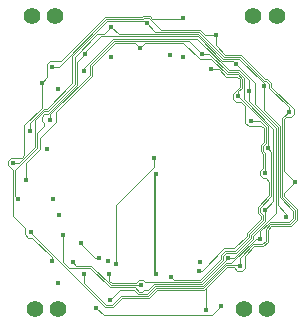
<source format=gbr>
%TF.GenerationSoftware,KiCad,Pcbnew,7.0.8*%
%TF.CreationDate,2023-10-16T01:10:26-04:00*%
%TF.ProjectId,watch,77617463-682e-46b6-9963-61645f706362,rev?*%
%TF.SameCoordinates,Original*%
%TF.FileFunction,Copper,L3,Inr*%
%TF.FilePolarity,Positive*%
%FSLAX45Y45*%
G04 Gerber Fmt 4.5, Leading zero omitted, Abs format (unit mm)*
G04 Created by KiCad (PCBNEW 7.0.8) date 2023-10-16 01:10:26*
%MOMM*%
%LPD*%
G01*
G04 APERTURE LIST*
%TA.AperFunction,ComponentPad*%
%ADD10C,1.400000*%
%TD*%
%TA.AperFunction,ViaPad*%
%ADD11C,0.400000*%
%TD*%
%TA.AperFunction,Conductor*%
%ADD12C,0.088900*%
%TD*%
%TA.AperFunction,Conductor*%
%ADD13C,0.200000*%
%TD*%
G04 APERTURE END LIST*
D10*
%TO.N,GND*%
%TO.C,TP2*%
X750000Y-1230000D03*
%TO.N,+BATT*%
X950000Y-1230000D03*
%TD*%
%TO.N,GND*%
%TO.C,TP4*%
X829000Y1247000D03*
%TO.N,VDD*%
X1029000Y1247000D03*
%TD*%
%TO.N,/coil_{+}*%
%TO.C,TP1*%
X-1020000Y-1230000D03*
X-820000Y-1230000D03*
%TD*%
%TO.N,/SWCLK*%
%TO.C,TP3*%
X-1044000Y1251000D03*
%TO.N,/SWDIO*%
X-844000Y1251000D03*
%TD*%
D11*
%TO.N,GND*%
X382000Y-834000D03*
%TO.N,/LED6*%
X-866000Y-303000D03*
X238000Y903000D03*
%TO.N,/LED13*%
X130000Y920000D03*
X-915000Y122000D03*
%TO.N,/LED5*%
X-818000Y-434000D03*
%TO.N,VDD*%
X375000Y-905000D03*
X470000Y800000D03*
%TO.N,+BATT*%
X-10000Y50000D03*
%TO.N,/LED10*%
X810000Y365000D03*
X930000Y-80000D03*
%TO.N,Net-(D51-K)*%
X705000Y570000D03*
X-1097000Y-136000D03*
X955000Y130000D03*
X132500Y-955000D03*
X-128478Y978478D03*
%TO.N,Net-(D53-K)*%
X-600000Y785000D03*
X-780000Y-600000D03*
X620000Y-797500D03*
X797107Y617107D03*
%TO.N,Net-(D55-K)*%
X-887500Y370000D03*
X395000Y932500D03*
X-390000Y-930000D03*
X930000Y-390000D03*
%TO.N,/LED15*%
X-625000Y-675000D03*
X-475000Y-795000D03*
%TO.N,/LED1*%
X-605000Y-932500D03*
X-72500Y1190000D03*
X715000Y-865000D03*
X1129677Y440000D03*
X-1063000Y280000D03*
%TO.N,/LED2*%
X920000Y655000D03*
X890000Y-635000D03*
X-380000Y-1150000D03*
X-1202500Y7500D03*
X-370000Y1160826D03*
%TO.N,/LED3*%
X687500Y842500D03*
X-1160000Y-300000D03*
X-595000Y930000D03*
X-821000Y-1012000D03*
X1110000Y-447500D03*
X-402290Y-820000D03*
%TO.N,/LED4*%
X1185000Y-152500D03*
X430000Y-1240000D03*
X512500Y1092500D03*
X-1054143Y-580000D03*
X-870000Y822500D03*
%TO.N,/LED5*%
X-695000Y-835000D03*
X-875000Y-825000D03*
X-117500Y-1030000D03*
X232500Y1230000D03*
X-960000Y685000D03*
%TO.N,Net-(D21-A)*%
X-501000Y-1218000D03*
X559000Y-1208000D03*
%TO.N,+BATT*%
X-329000Y-852000D03*
%TO.N,/SWDIO*%
X-372000Y900000D03*
%TO.N,/coil_{+}*%
X10000Y-88543D03*
X10000Y-930000D03*
%TO.N,/SWCLK*%
X-826000Y636000D03*
%TD*%
D12*
%TO.N,VDD*%
X934845Y-124845D02*
X911424Y-124845D01*
X966385Y-156385D02*
X934845Y-124845D01*
X966385Y-265050D02*
X966385Y-156385D01*
X867375Y-364060D02*
X966385Y-265050D01*
X894440Y-443005D02*
X867375Y-415940D01*
X774035Y-612741D02*
X774035Y-586965D01*
X669681Y-717095D02*
X774035Y-612741D01*
X586695Y-717095D02*
X669681Y-717095D01*
X375000Y-905000D02*
X398790Y-905000D01*
X686425Y525155D02*
X660155Y551425D01*
X774035Y-586965D02*
X894440Y-466560D01*
X892375Y104060D02*
X892375Y155940D01*
X894440Y-466560D02*
X894440Y-443005D01*
X867375Y-415940D02*
X867375Y-364060D01*
X398790Y-905000D02*
X586695Y-717095D01*
X723575Y525155D02*
X686425Y525155D01*
X715220Y648930D02*
X715220Y713201D01*
X600559Y738220D02*
X538779Y800000D01*
X911424Y-124845D02*
X885155Y-98575D01*
X885155Y-98575D02*
X885155Y-61424D01*
X885155Y-61424D02*
X912220Y-34360D01*
X912220Y-34360D02*
X912220Y84215D01*
X912220Y84215D02*
X892375Y104060D01*
X892375Y155940D02*
X919440Y183005D01*
X919440Y183005D02*
X919440Y300560D01*
X919440Y300560D02*
X899845Y320155D01*
X899845Y320155D02*
X791424Y320155D01*
X791424Y320155D02*
X765155Y346425D01*
X765155Y346425D02*
X765155Y484555D01*
X765155Y484555D02*
X724065Y525645D01*
X724065Y525645D02*
X723575Y525155D01*
X660155Y551425D02*
X660155Y593865D01*
X660155Y593865D02*
X715220Y648930D01*
X715220Y713201D02*
X690201Y738220D01*
X690201Y738220D02*
X600559Y738220D01*
X538779Y800000D02*
X470000Y800000D01*
D13*
%TO.N,/coil_{+}*%
X10000Y-88543D02*
X0Y-98543D01*
X0Y-98543D02*
X0Y-920000D01*
D12*
%TO.N,+BATT*%
X-10000Y50000D02*
X-10000Y-28420D01*
X-10000Y-28420D02*
X-329000Y-347421D01*
X-329000Y-347421D02*
X-329000Y-852000D01*
%TO.N,/LED10*%
X930000Y-80000D02*
X930000Y91579D01*
X930000Y91579D02*
X910155Y111424D01*
X884710Y365000D02*
X810000Y365000D01*
X910155Y148576D02*
X937220Y175640D01*
X937220Y312490D02*
X884710Y365000D01*
X910155Y111424D02*
X910155Y148576D01*
X937220Y175640D02*
X937220Y312490D01*
%TO.N,Net-(D51-K)*%
X955000Y319855D02*
X737382Y537473D01*
X557375Y-771560D02*
X557375Y-806510D01*
X677046Y-734875D02*
X594060Y-734875D01*
X885155Y-371424D02*
X885155Y-408575D01*
X-537375Y742336D02*
X-537375Y826549D01*
X-842655Y351424D02*
X-842655Y437055D01*
X912220Y-435640D02*
X912220Y-473925D01*
X984165Y-272415D02*
X885155Y-371424D01*
X984165Y100835D02*
X984165Y-272415D01*
X791815Y-620106D02*
X677046Y-734875D01*
X-842655Y437055D02*
X-537375Y742336D01*
X376424Y887655D02*
X239914Y1024165D01*
X594060Y-734875D02*
X557375Y-771560D01*
X705000Y570000D02*
X737382Y537618D01*
X-1097000Y-136000D02*
X-1097000Y8566D01*
X885155Y-408575D02*
X912220Y-435640D01*
X733000Y720566D02*
X697566Y756000D01*
X705000Y613565D02*
X733000Y641565D01*
X-339759Y1024165D02*
X-174165Y1024165D01*
X476269Y887655D02*
X376424Y887655D01*
X791815Y-594330D02*
X791815Y-620106D01*
X-1097000Y8566D02*
X-978478Y127087D01*
X379720Y-984165D02*
X161665Y-984165D01*
X737382Y537618D02*
X737382Y537473D01*
X-174165Y1024165D02*
X-128478Y978478D01*
X705000Y570000D02*
X705000Y613565D01*
X955000Y130000D02*
X955000Y319855D01*
X239914Y1024165D02*
X-81835Y1024165D01*
X912220Y-473925D02*
X791815Y-594330D01*
X-537375Y826549D02*
X-339759Y1024165D01*
X955000Y130000D02*
X984165Y100835D01*
X733000Y641565D02*
X733000Y720566D01*
X607924Y756000D02*
X476269Y887655D01*
X-978478Y215601D02*
X-842655Y351424D01*
X557375Y-806510D02*
X379720Y-984165D01*
X161665Y-984165D02*
X132500Y-955000D01*
X697566Y756000D02*
X607924Y756000D01*
X-127521Y978478D02*
X-128478Y978478D01*
X-81835Y1024165D02*
X-127521Y978478D01*
X-978478Y127087D02*
X-978478Y215601D01*
%TO.N,Net-(D53-K)*%
X1019725Y305420D02*
X797107Y528038D01*
X-136000Y-1083000D02*
X-171220Y-1047780D01*
X664710Y-797500D02*
X827375Y-634835D01*
X-171220Y-1047780D02*
X-382510Y-1047780D01*
X620000Y-797500D02*
X616674Y-797500D01*
X-600000Y785000D02*
X-600000Y814214D01*
X827375Y-634835D02*
X827375Y-609060D01*
X-382510Y-1047780D02*
X-550445Y-879845D01*
X-550445Y-879845D02*
X-731590Y-879845D01*
X620000Y-797500D02*
X664710Y-797500D01*
X-731590Y-879845D02*
X-780000Y-831435D01*
X797107Y706748D02*
X797107Y617107D01*
X-107079Y-1083000D02*
X-136000Y-1083000D01*
X616674Y-797500D02*
X394449Y-1019725D01*
X827375Y-609060D02*
X1019725Y-416710D01*
X-780000Y-831435D02*
X-780000Y-600000D01*
X-60155Y-1070155D02*
X-94234Y-1070155D01*
X-94234Y-1070155D02*
X-107079Y-1083000D01*
X394449Y-1019725D02*
X-9725Y-1019725D01*
X354489Y1059725D02*
X622654Y791560D01*
X1019725Y-416710D02*
X1019725Y305420D01*
X-354489Y1059725D02*
X354489Y1059725D01*
X797107Y528038D02*
X797107Y617107D01*
X622654Y791560D02*
X712295Y791560D01*
X-9725Y-1019725D02*
X-60155Y-1070155D01*
X712295Y791560D02*
X797107Y706748D01*
X-600000Y814214D02*
X-354489Y1059725D01*
%TO.N,Net-(D55-K)*%
X-555155Y749700D02*
X-555155Y833914D01*
X809595Y-627471D02*
X684411Y-752655D01*
X456569Y932500D02*
X615289Y773780D01*
X-347124Y1041945D02*
X285555Y1041945D01*
X930000Y-481290D02*
X809595Y-601695D01*
X-98924Y-985155D02*
X-136076Y-985155D01*
X-887500Y417355D02*
X-555155Y749700D01*
X601425Y-752655D02*
X575155Y-778924D01*
X395000Y932500D02*
X456569Y932500D01*
X704931Y773780D02*
X752262Y726449D01*
X-555155Y833914D02*
X-347124Y1041945D01*
X-82135Y-1001945D02*
X-98924Y-985155D01*
X615289Y773780D02*
X704931Y773780D01*
X575155Y-778924D02*
X575155Y-813874D01*
X-390000Y-990000D02*
X-390000Y-930000D01*
X387084Y-1001945D02*
X-82135Y-1001945D01*
X575155Y-813874D02*
X387084Y-1001945D01*
X-163141Y-1012220D02*
X-367780Y-1012220D01*
X1001945Y-318055D02*
X930000Y-390000D01*
X752262Y726449D02*
X752262Y547738D01*
X809595Y-601695D02*
X809595Y-627471D01*
X1001945Y298055D02*
X1001945Y-318055D01*
X930000Y-390000D02*
X930000Y-481290D01*
X-367780Y-1012220D02*
X-390000Y-990000D01*
X285555Y1041945D02*
X395000Y932500D01*
X684411Y-752655D02*
X601425Y-752655D01*
X752262Y547738D02*
X1001945Y298055D01*
X-136076Y-985155D02*
X-163141Y-1012220D01*
X-887500Y370000D02*
X-887500Y417355D01*
%TO.N,/LED15*%
X-475000Y-795000D02*
X-506000Y-795000D01*
X-625000Y-676000D02*
X-625000Y-675000D01*
X-506000Y-795000D02*
X-625000Y-676000D01*
%TO.N,/LED1*%
X710125Y-860125D02*
X604339Y-860125D01*
X1073065Y383388D02*
X1129677Y440000D01*
X1940Y1115560D02*
X374088Y1115560D01*
X-285580Y-1119000D02*
X-361424Y-1194845D01*
X908575Y-679845D02*
X934845Y-653576D01*
X720020Y905125D02*
X925300Y699845D01*
X409179Y-1055285D02*
X5005Y-1055285D01*
X1184720Y-389720D02*
X1073065Y-278065D01*
X715000Y-865000D02*
X715000Y-797500D01*
X-72500Y1190000D02*
X1940Y1115560D01*
X374088Y1115560D02*
X584868Y904780D01*
X-88171Y1205671D02*
X-72500Y1190000D01*
X-1063000Y280000D02*
X-1063000Y346609D01*
X934845Y-551879D02*
X976599Y-510125D01*
X-1063000Y346609D02*
X-944256Y465352D01*
X-699725Y680565D02*
X-699725Y913840D01*
X1073065Y-278065D02*
X1073065Y383388D01*
X-58710Y-1119000D02*
X-285580Y-1119000D01*
X715536Y-864464D02*
X715000Y-865000D01*
X-416590Y-1194845D02*
X-605000Y-1006435D01*
X1184720Y-470280D02*
X1184720Y-389720D01*
X-944256Y465352D02*
X-914937Y465352D01*
X1129677Y480323D02*
X1129677Y440000D01*
X-699725Y913840D02*
X-407894Y1205671D01*
X832655Y-679845D02*
X908575Y-679845D01*
X661215Y904780D02*
X661560Y905125D01*
X715000Y-865000D02*
X710125Y-860125D01*
X964845Y673576D02*
X964845Y645155D01*
X976599Y-510125D02*
X1144875Y-510125D01*
X-605000Y-1006435D02*
X-605000Y-932500D01*
X938575Y699845D02*
X964845Y673576D01*
X964845Y645155D02*
X1129677Y480323D01*
X-407894Y1205671D02*
X-88171Y1205671D01*
X934845Y-653576D02*
X934845Y-551879D01*
X925300Y699845D02*
X938575Y699845D01*
X584868Y904780D02*
X661215Y904780D01*
X661560Y905125D02*
X720020Y905125D01*
X-361424Y-1194845D02*
X-416590Y-1194845D01*
X-914937Y465352D02*
X-699725Y680565D01*
X5005Y-1055285D02*
X-58710Y-1119000D01*
X604339Y-860125D02*
X409179Y-1055285D01*
X715000Y-797500D02*
X832655Y-679845D01*
X1144875Y-510125D02*
X1184720Y-470280D01*
%TO.N,/LED2*%
X-1202500Y7500D02*
X-1148355Y7500D01*
X-1014038Y370425D02*
X-936892Y447572D01*
X-178585Y-1065560D02*
X-143365Y-1100780D01*
X1166940Y-397085D02*
X1166940Y-462915D01*
X-295560Y-1065560D02*
X-178585Y-1065560D01*
X852355Y-635000D02*
X890000Y-635000D01*
X-681945Y673200D02*
X-681945Y906475D01*
X-1148355Y7500D02*
X-1014038Y141817D01*
X-370000Y1160000D02*
X-370000Y1160826D01*
X920000Y655000D02*
X920000Y455434D01*
X-907572Y447572D02*
X-681945Y673200D01*
X1137510Y-492345D02*
X969234Y-492345D01*
X596974Y-842345D02*
X645010Y-842345D01*
X668580Y887000D02*
X577503Y887000D01*
X1055285Y-285430D02*
X1166940Y-397085D01*
X890000Y-571580D02*
X890000Y-635000D01*
X-143365Y-1100780D02*
X-65635Y-1100780D01*
X-1014038Y141817D02*
X-1014038Y370425D01*
X-490640Y1097780D02*
X-432220Y1097780D01*
X-306954Y1097780D02*
X-370000Y1160826D01*
X-65635Y-1100780D02*
X-2360Y-1037505D01*
X920000Y680000D02*
X712655Y887345D01*
X920000Y455434D02*
X1055285Y320149D01*
X-432220Y1097780D02*
X-370000Y1160000D01*
X401814Y-1037505D02*
X596974Y-842345D01*
X-380000Y-1150000D02*
X-295560Y-1065560D01*
X1166940Y-462915D02*
X1137510Y-492345D01*
X-681945Y906475D02*
X-490640Y1097780D01*
X645010Y-842345D02*
X852355Y-635000D01*
X969234Y-492345D02*
X890000Y-571580D01*
X712655Y887345D02*
X668925Y887345D01*
X920000Y655000D02*
X920000Y680000D01*
X-936892Y447572D02*
X-907572Y447572D01*
X366723Y1097780D02*
X-306954Y1097780D01*
X1055285Y320149D02*
X1055285Y-285430D01*
X668925Y887345D02*
X668580Y887000D01*
X577503Y887000D02*
X366723Y1097780D01*
X-2360Y-1037505D02*
X401814Y-1037505D01*
%TO.N,/LED3*%
X1037505Y-350000D02*
X1037505Y312784D01*
X-940000Y315145D02*
X-996258Y258886D01*
X841952Y508338D02*
X841952Y687048D01*
X570139Y869220D02*
X359358Y1080000D01*
X359358Y1080000D02*
X-457500Y1080000D01*
X-961945Y362626D02*
X-940000Y340681D01*
X-940000Y340681D02*
X-940000Y315145D01*
X-664165Y860835D02*
X-664165Y665835D01*
X841952Y687048D02*
X687500Y841500D01*
X-1141280Y-10280D02*
X-1188220Y-57220D01*
X-1188220Y-271780D02*
X-1160000Y-300000D01*
X-457500Y1080000D02*
X-595000Y942500D01*
X660780Y869220D02*
X570139Y869220D01*
X-961945Y397374D02*
X-961945Y362626D01*
X-996258Y258886D02*
X-996258Y134452D01*
X-664165Y665835D02*
X-908055Y421945D01*
X1110000Y-447500D02*
X1110000Y-422495D01*
X1037505Y312784D02*
X841952Y508338D01*
X-996258Y134452D02*
X-1140990Y-10280D01*
X-937374Y421945D02*
X-961945Y397374D01*
X687500Y842500D02*
X660780Y869220D01*
X-595000Y942500D02*
X-595000Y930000D01*
X-908055Y421945D02*
X-937374Y421945D01*
X687500Y841500D02*
X687500Y842500D01*
X-595000Y930000D02*
X-664165Y860835D01*
X1110000Y-422495D02*
X1037505Y-350000D01*
X-1188220Y-57220D02*
X-1188220Y-271780D01*
X-1140990Y-10280D02*
X-1141280Y-10280D01*
%TO.N,/LED4*%
X759845Y-883575D02*
X759845Y-777800D01*
X422293Y1092500D02*
X512500Y1092500D01*
X416544Y-1073065D02*
X611704Y-877905D01*
X1202500Y-477645D02*
X1202500Y-382355D01*
X1090845Y376024D02*
X1110539Y395717D01*
X952625Y-559244D02*
X983964Y-527905D01*
X-816210Y822500D02*
X-415259Y1223451D01*
X1110539Y395717D02*
X1111101Y395155D01*
X1185000Y-152500D02*
X1090845Y-58345D01*
X932665Y717625D02*
X727385Y922905D01*
X-278215Y-1136780D02*
X-51346Y-1136780D01*
X1090845Y-270700D02*
X1090845Y-246655D01*
X696425Y-909845D02*
X733575Y-909845D01*
X512500Y1002293D02*
X512500Y1092500D01*
X381453Y1133340D02*
X422293Y1092500D01*
X727385Y922905D02*
X591888Y922905D01*
X664485Y-877905D02*
X696425Y-909845D01*
X-870000Y822500D02*
X-816210Y822500D01*
X952625Y-660940D02*
X952625Y-559244D01*
X-102469Y1223451D02*
X-91075Y1234845D01*
X1174522Y421424D02*
X1174522Y460623D01*
X1111101Y395155D02*
X1148252Y395155D01*
X-354060Y-1212625D02*
X-278215Y-1136780D01*
X-1054143Y-582436D02*
X-423954Y-1212625D01*
X611704Y-877905D02*
X664485Y-877905D01*
X982625Y652520D02*
X982625Y680940D01*
X840020Y-697625D02*
X915940Y-697625D01*
X982625Y680940D02*
X945940Y717625D01*
X-423954Y-1212625D02*
X-354060Y-1212625D01*
X1202500Y-382355D02*
X1090845Y-270700D01*
X733575Y-909845D02*
X759845Y-883575D01*
X-415259Y1223451D02*
X-102469Y1223451D01*
X-1054143Y-580000D02*
X-1054143Y-582436D01*
X430000Y-1059609D02*
X430000Y-1240000D01*
X1148252Y395155D02*
X1174522Y421424D01*
X47580Y1133340D02*
X381453Y1133340D01*
X759845Y-777800D02*
X840020Y-697625D01*
X1152240Y-527905D02*
X1202500Y-477645D01*
X945940Y717625D02*
X932665Y717625D01*
X-91075Y1234845D02*
X-53924Y1234845D01*
X1090845Y-246655D02*
X1185000Y-152500D01*
X-53924Y1234845D02*
X47580Y1133340D01*
X591888Y922905D02*
X512500Y1002293D01*
X12369Y-1073065D02*
X416544Y-1073065D01*
X1174522Y460623D02*
X982625Y652520D01*
X1090845Y-58345D02*
X1090845Y376024D01*
X-51346Y-1136780D02*
X12369Y-1073065D01*
X983964Y-527905D02*
X1152240Y-527905D01*
X915940Y-697625D02*
X952625Y-660940D01*
%TO.N,/LED5*%
X-1247345Y-11075D02*
X-1247345Y26075D01*
X-375145Y-1030000D02*
X-543080Y-862065D01*
X-1098988Y-554012D02*
X-1099000Y-554000D01*
X-1072719Y-624845D02*
X-1098988Y-598576D01*
X-796510Y867345D02*
X-888575Y867345D01*
X-46560Y1252625D02*
X-98440Y1252625D01*
X-98440Y1252625D02*
X-109834Y1241231D01*
X-22935Y1229000D02*
X-46560Y1252625D01*
X-1099000Y-546000D02*
X-1206000Y-439000D01*
X-1099000Y-554000D02*
X-1099000Y-546000D01*
X-875000Y-788145D02*
X-1038300Y-624845D01*
X-875000Y-825000D02*
X-875000Y-788145D01*
X-1128655Y52345D02*
X-1107845Y73155D01*
X-667935Y-862065D02*
X-695000Y-835000D01*
X-422624Y1241231D02*
X-796510Y867345D01*
X-1098988Y-598576D02*
X-1098988Y-554012D01*
X-1107845Y326909D02*
X-960000Y474753D01*
X-1221076Y52345D02*
X-1128655Y52345D01*
X-1206000Y-439000D02*
X-1206000Y-52420D01*
X-109834Y1241231D02*
X-422624Y1241231D01*
X-543080Y-862065D02*
X-667935Y-862065D01*
X231500Y1229000D02*
X-22935Y1229000D01*
X-960000Y474753D02*
X-960000Y685000D01*
X232500Y1230000D02*
X231500Y1229000D01*
X-1247345Y26075D02*
X-1221076Y52345D01*
X-1206000Y-52420D02*
X-1247345Y-11075D01*
X-888575Y867345D02*
X-915000Y840920D01*
X-915000Y840920D02*
X-915000Y730000D01*
X-1038300Y-624845D02*
X-1072719Y-624845D01*
X-915000Y730000D02*
X-960000Y685000D01*
X-117500Y-1030000D02*
X-375145Y-1030000D01*
X-1107845Y73155D02*
X-1107845Y326909D01*
%TO.N,Net-(D21-A)*%
X-434155Y-1284845D02*
X482155Y-1284845D01*
X482155Y-1284845D02*
X559000Y-1208000D01*
X-501000Y-1218000D02*
X-434155Y-1284845D01*
%TD*%
M02*

</source>
